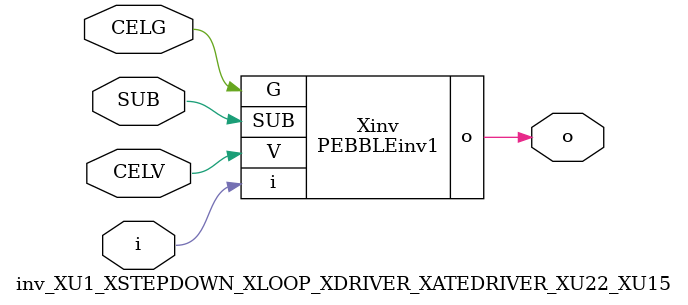
<source format=v>



module PEBBLEinv1 ( o, G, SUB, V, i );

  input V;
  input i;
  input G;
  output o;
  input SUB;
endmodule

//Celera Confidential Do Not Copy inv_XU1_XSTEPDOWN_XLOOP_XDRIVER_XATEDRIVER_XU22_XU15
//Celera Confidential Symbol Generator
//5V Inverter
module inv_XU1_XSTEPDOWN_XLOOP_XDRIVER_XATEDRIVER_XU22_XU15 (CELV,CELG,i,o,SUB);
input CELV;
input CELG;
input i;
input SUB;
output o;

//Celera Confidential Do Not Copy inv
PEBBLEinv1 Xinv(
.V (CELV),
.i (i),
.o (o),
.SUB (SUB),
.G (CELG)
);
//,diesize,PEBBLEinv1

//Celera Confidential Do Not Copy Module End
//Celera Schematic Generator
endmodule

</source>
